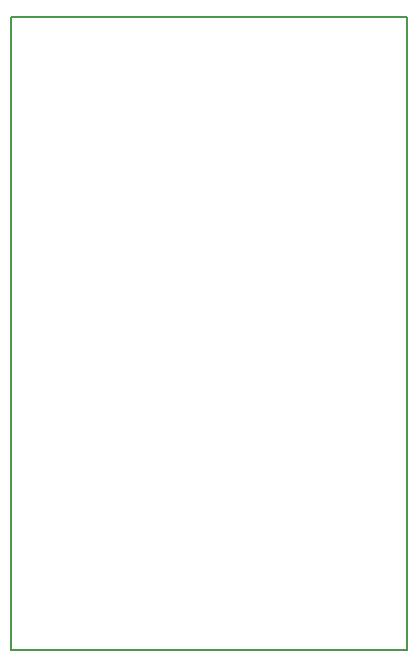
<source format=gbr>
G04 #@! TF.GenerationSoftware,KiCad,Pcbnew,5.0.1-33cea8e~68~ubuntu14.04.1*
G04 #@! TF.CreationDate,2018-11-23T15:58:30-08:00*
G04 #@! TF.ProjectId,relay,72656C61792E6B696361645F70636200,rev?*
G04 #@! TF.SameCoordinates,Original*
G04 #@! TF.FileFunction,Profile,NP*
%FSLAX46Y46*%
G04 Gerber Fmt 4.6, Leading zero omitted, Abs format (unit mm)*
G04 Created by KiCad (PCBNEW 5.0.1-33cea8e~68~ubuntu14.04.1) date Fri 23 Nov 2018 03:58:30 PM PST*
%MOMM*%
%LPD*%
G01*
G04 APERTURE LIST*
%ADD10C,0.200000*%
G04 APERTURE END LIST*
D10*
X83566000Y-111506000D02*
X83566000Y-57912000D01*
X117094000Y-111506000D02*
X83566000Y-111506000D01*
X117094000Y-57912000D02*
X117094000Y-111506000D01*
X83566000Y-57912000D02*
X117094000Y-57912000D01*
M02*

</source>
